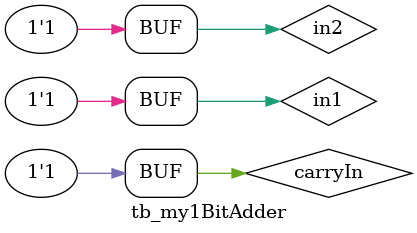
<source format=v>
`timescale 1ns/1ns

module tb_my1BitAdder();

	reg in1, in2, carryIn;
	wire carryOut, sum;
	
	my1BitAdder UUT(in1, in2, carryIn, sum, carryOut);
	
	initial begin
		in1 = 0; in2 = 0; carryIn = 0;
		#5 in1 = 0; in2 = 0; carryIn = 1;
		#5 in1 = 0; in2 = 1; carryIn = 0;
		#5 in1 = 0; in2 = 1; carryIn = 1;
		#5 in1 = 1; in2 = 0; carryIn = 0;
		#5 in1 = 1; in2 = 0; carryIn = 1;
		#5 in1 = 1; in2 = 1; carryIn = 0;
		#5 in1 = 1; in2 = 1; carryIn = 1;
	end

endmodule
</source>
